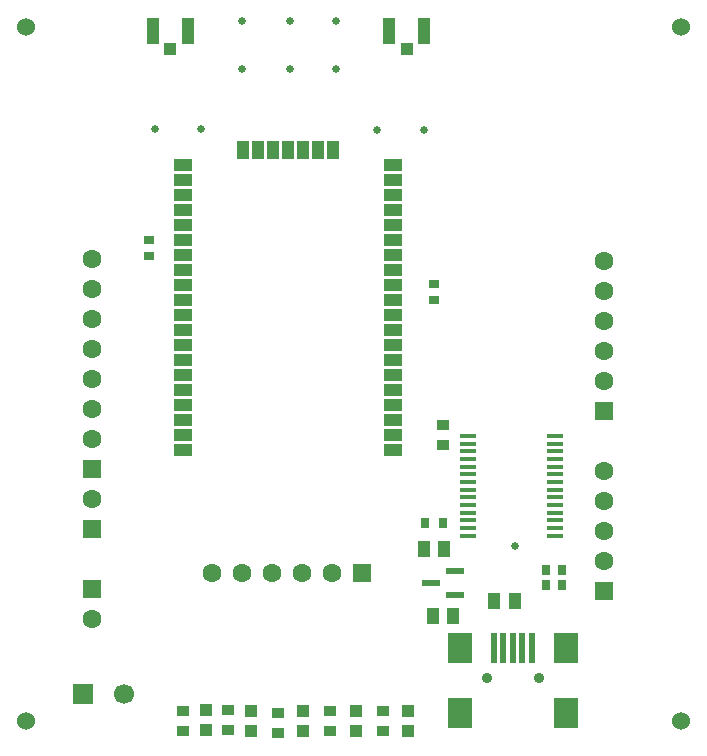
<source format=gbr>
%TF.GenerationSoftware,Altium Limited,Altium NEXUS,2.1.6 (59)*%
G04 Layer_Color=255*
%FSLAX45Y45*%
%MOMM*%
%TF.FileFunction,Pads,Top*%
%TF.Part,Single*%
G01*
G75*
%TA.AperFunction,SMDPad,CuDef*%
%ADD12R,1.00000X1.05000*%
%ADD13R,1.05000X2.20000*%
%ADD14R,1.61000X0.61000*%
%ADD15R,1.10000X1.38000*%
%ADD16R,1.00000X0.90000*%
%ADD17R,1.00000X1.10000*%
%ADD18R,2.00000X2.50000*%
%ADD19R,0.50000X2.50000*%
%ADD20R,0.80000X0.90000*%
%ADD21R,1.39700X0.34800*%
%ADD22R,0.90000X0.80000*%
%ADD23R,1.01600X1.52400*%
%ADD24R,1.52400X1.01600*%
%ADD25R,0.70000X0.90000*%
%TA.AperFunction,ViaPad*%
%ADD26C,0.65000*%
%TA.AperFunction,WasherPad*%
%ADD27C,1.52400*%
%TA.AperFunction,ComponentPad*%
%ADD28C,0.90000*%
%ADD29R,1.60000X1.60000*%
%ADD30C,1.60000*%
%ADD31R,1.70000X1.70000*%
%ADD32C,1.70000*%
%ADD33R,1.60000X1.60000*%
D12*
X6070500Y8676500D02*
D03*
X4067300D02*
D03*
D13*
X6218000Y8826500D02*
D03*
X5923000D02*
D03*
X4216400D02*
D03*
X3921400D02*
D03*
D14*
X6275900Y4152900D02*
D03*
X6474900Y4255400D02*
D03*
Y4050400D02*
D03*
D15*
X6289100Y3873500D02*
D03*
X6461700D02*
D03*
X6385500Y4445000D02*
D03*
X6212900D02*
D03*
X6809800Y4000500D02*
D03*
X6982400D02*
D03*
D16*
X5867400Y2899500D02*
D03*
Y3069500D02*
D03*
X6375400Y5325200D02*
D03*
Y5495200D02*
D03*
X5422900Y2899500D02*
D03*
Y3069500D02*
D03*
X4978400Y2886800D02*
D03*
Y3056800D02*
D03*
X4559300Y3082200D02*
D03*
Y2912200D02*
D03*
X4178300Y3069500D02*
D03*
Y2899500D02*
D03*
D17*
X6083300D02*
D03*
Y3069500D02*
D03*
X5638800Y2899500D02*
D03*
Y3069500D02*
D03*
X5194300Y2899500D02*
D03*
Y3069500D02*
D03*
X4749800Y2903400D02*
D03*
Y3073400D02*
D03*
X4368800Y2912200D02*
D03*
Y3082200D02*
D03*
D18*
X7414200Y3055800D02*
D03*
X6522200D02*
D03*
X7414200Y3603800D02*
D03*
X6522200D02*
D03*
D19*
X7128200D02*
D03*
X7048200D02*
D03*
X6968200D02*
D03*
X6888200D02*
D03*
X6808200D02*
D03*
D20*
X7385200Y4140200D02*
D03*
X7245200D02*
D03*
X7385200Y4267200D02*
D03*
X7245200D02*
D03*
D21*
X6591300Y4554000D02*
D03*
Y4619000D02*
D03*
Y4684000D02*
D03*
Y4749000D02*
D03*
Y4814000D02*
D03*
Y4879000D02*
D03*
Y4944000D02*
D03*
Y5009000D02*
D03*
Y5074000D02*
D03*
Y5139000D02*
D03*
Y5204000D02*
D03*
Y5269000D02*
D03*
Y5334000D02*
D03*
Y5399000D02*
D03*
X7322500Y4554000D02*
D03*
Y4619000D02*
D03*
Y4684000D02*
D03*
Y4749000D02*
D03*
Y4814000D02*
D03*
Y4944000D02*
D03*
Y4879000D02*
D03*
Y5009000D02*
D03*
Y5074000D02*
D03*
Y5139000D02*
D03*
Y5204000D02*
D03*
Y5269000D02*
D03*
Y5334000D02*
D03*
Y5399000D02*
D03*
D22*
X3886200Y7061500D02*
D03*
Y6921500D02*
D03*
X6299200Y6546700D02*
D03*
Y6686700D02*
D03*
D23*
X5448300Y7823200D02*
D03*
X5321300D02*
D03*
X5194300D02*
D03*
X5067300D02*
D03*
X4940300D02*
D03*
X4813300D02*
D03*
X4686300D02*
D03*
D24*
X4178300Y7696200D02*
D03*
Y7569200D02*
D03*
Y7442200D02*
D03*
Y7315200D02*
D03*
Y7188200D02*
D03*
Y7061200D02*
D03*
Y6934200D02*
D03*
Y6807200D02*
D03*
Y6680200D02*
D03*
Y6553200D02*
D03*
Y6426200D02*
D03*
Y6299200D02*
D03*
Y6172200D02*
D03*
Y6045200D02*
D03*
Y5918200D02*
D03*
Y5791200D02*
D03*
Y5664200D02*
D03*
Y5537200D02*
D03*
Y5410200D02*
D03*
Y5283200D02*
D03*
X5956300D02*
D03*
Y5410200D02*
D03*
Y5537200D02*
D03*
Y5664200D02*
D03*
Y5791200D02*
D03*
Y5918200D02*
D03*
Y6045200D02*
D03*
Y6172200D02*
D03*
Y6299200D02*
D03*
Y6426200D02*
D03*
Y6553200D02*
D03*
Y6680200D02*
D03*
Y6807200D02*
D03*
Y6934200D02*
D03*
Y7061200D02*
D03*
Y7188200D02*
D03*
Y7315200D02*
D03*
Y7442200D02*
D03*
Y7569200D02*
D03*
Y7696200D02*
D03*
D25*
X6224200Y4660900D02*
D03*
X6374200D02*
D03*
D26*
X6985000Y4470400D02*
D03*
X3937000Y8001000D02*
D03*
X6216600Y7988300D02*
D03*
X5816600D02*
D03*
X4330700Y8001000D02*
D03*
X5473700Y8509000D02*
D03*
X5080000D02*
D03*
X4673600D02*
D03*
X5473700Y8909000D02*
D03*
X5080000D02*
D03*
X4673600D02*
D03*
D27*
X2844800Y8864600D02*
D03*
X8394700D02*
D03*
Y2984500D02*
D03*
X2844800D02*
D03*
D28*
X7188200Y3352800D02*
D03*
X6748200D02*
D03*
D29*
X3403600Y4610100D02*
D03*
X7743700Y5613400D02*
D03*
X3403600Y4102100D02*
D03*
Y5118100D02*
D03*
X7743700Y4089400D02*
D03*
D30*
X3403600Y4864100D02*
D03*
X7743700Y5867400D02*
D03*
Y6121400D02*
D03*
Y6375400D02*
D03*
Y6629400D02*
D03*
Y6883400D02*
D03*
X3403600Y3848100D02*
D03*
Y6896100D02*
D03*
Y6642100D02*
D03*
Y6388100D02*
D03*
Y6134100D02*
D03*
Y5880100D02*
D03*
Y5626100D02*
D03*
Y5372100D02*
D03*
X7743700Y4343400D02*
D03*
Y4597400D02*
D03*
Y4851400D02*
D03*
Y5105400D02*
D03*
X5435600Y4241800D02*
D03*
X5181600D02*
D03*
X4927600D02*
D03*
X4673600D02*
D03*
X4419600D02*
D03*
D31*
X3327400Y3213100D02*
D03*
D32*
X3677400D02*
D03*
D33*
X5689600Y4241800D02*
D03*
%TF.MD5,1db7f3ae8b27e3739729f5f892c9ebff*%
M02*

</source>
